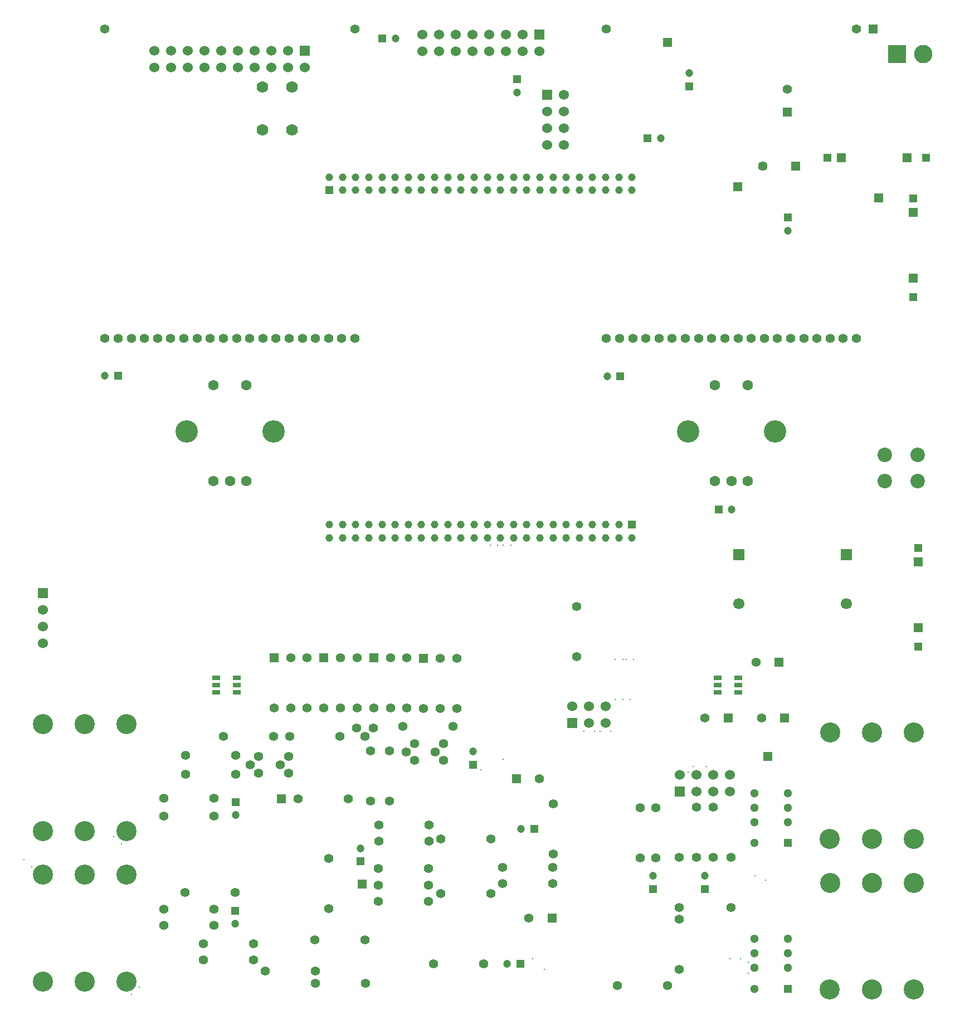
<source format=gbs>
G04 (created by PCBNEW (2013-07-07 BZR 4022)-stable) date 14/05/2014 09:54:23*
%MOIN*%
G04 Gerber Fmt 3.4, Leading zero omitted, Abs format*
%FSLAX34Y34*%
G01*
G70*
G90*
G04 APERTURE LIST*
%ADD10C,0.00590551*%
%ADD11C,0.0472441*%
%ADD12R,0.0472441X0.0472441*%
%ADD13C,0.012*%
%ADD14R,0.055X0.055*%
%ADD15C,0.055*%
%ADD16C,0.0551181*%
%ADD17R,0.056X0.056*%
%ADD18C,0.056*%
%ADD19R,0.06X0.06*%
%ADD20C,0.06*%
%ADD21R,0.0511811X0.0275591*%
%ADD22R,0.11X0.11*%
%ADD23C,0.11*%
%ADD24R,0.0551181X0.0551181*%
%ADD25C,0.0570866*%
%ADD26R,0.0570866X0.0570866*%
%ADD27R,0.0511811X0.0511811*%
%ADD28C,0.0629921*%
%ADD29C,0.133858*%
%ADD30C,0.12*%
%ADD31R,0.0452756X0.0452756*%
%ADD32C,0.0452756*%
%ADD33C,0.07*%
%ADD34C,0.0511811*%
%ADD35R,0.0531496X0.0531496*%
%ADD36C,0.0866142*%
%ADD37R,0.0669291X0.0669291*%
%ADD38C,0.0669291*%
G04 APERTURE END LIST*
G54D10*
G54D11*
X27030Y-43961D03*
G54D12*
X27030Y-44748D03*
G54D13*
X27490Y-45070D03*
G54D14*
X44660Y-44260D03*
G54D15*
X25090Y-52440D03*
X28090Y-52440D03*
X21380Y-52930D03*
X24380Y-52930D03*
X31810Y-51860D03*
X28810Y-51860D03*
X31830Y-47080D03*
X31830Y-50080D03*
X21400Y-49330D03*
X24400Y-49330D03*
X25090Y-49190D03*
X28090Y-49190D03*
X21380Y-51950D03*
X24380Y-51950D03*
X31810Y-50880D03*
X28810Y-50880D03*
X21380Y-50970D03*
X24380Y-50970D03*
X24400Y-48350D03*
X21400Y-48350D03*
G54D11*
X29916Y-48580D03*
G54D12*
X30703Y-48580D03*
G54D11*
X20300Y-49746D03*
G54D12*
X20300Y-50533D03*
G54D15*
X9800Y-52400D03*
X12800Y-52400D03*
G54D11*
X12800Y-54273D03*
G54D12*
X12800Y-53486D03*
G54D15*
X11530Y-54360D03*
X8530Y-54360D03*
X11540Y-53380D03*
X8540Y-53380D03*
X17580Y-55220D03*
X20580Y-55220D03*
X13920Y-56420D03*
X10920Y-56420D03*
X17600Y-57820D03*
X20600Y-57820D03*
X17600Y-57100D03*
X14600Y-57100D03*
X18420Y-53340D03*
X18420Y-50340D03*
X13920Y-55440D03*
X10920Y-55440D03*
G54D16*
X25275Y-44505D03*
X24775Y-44005D03*
X25275Y-43505D03*
X21085Y-42560D03*
X20585Y-43060D03*
X20085Y-42560D03*
X23550Y-44505D03*
X23050Y-44005D03*
X23550Y-43505D03*
X16010Y-45260D03*
X15510Y-44760D03*
X16010Y-44260D03*
X14210Y-45260D03*
X13710Y-44760D03*
X14210Y-44260D03*
G54D15*
X23075Y-38370D03*
X23075Y-41370D03*
X25830Y-42455D03*
X22830Y-42455D03*
X17107Y-38347D03*
X17107Y-41347D03*
X20910Y-43910D03*
X20910Y-46910D03*
X19585Y-46785D03*
X16585Y-46785D03*
X26060Y-38380D03*
X26060Y-41380D03*
X16127Y-38347D03*
X16127Y-41347D03*
X22100Y-38360D03*
X22100Y-41360D03*
X20100Y-38350D03*
X20100Y-41350D03*
X19120Y-38350D03*
X19120Y-41350D03*
X25080Y-38380D03*
X25080Y-41380D03*
X9835Y-45310D03*
X12835Y-45310D03*
X22035Y-46910D03*
X22035Y-43910D03*
X11535Y-47835D03*
X8535Y-47835D03*
X11540Y-46760D03*
X8540Y-46760D03*
X9835Y-44185D03*
X12835Y-44185D03*
X12110Y-43060D03*
X15110Y-43060D03*
X16085Y-43060D03*
X19085Y-43060D03*
G54D17*
X18100Y-38360D03*
G54D18*
X18100Y-41360D03*
G54D17*
X21100Y-38360D03*
G54D18*
X21100Y-41360D03*
G54D17*
X24080Y-38380D03*
G54D18*
X24080Y-41380D03*
G54D17*
X15127Y-38347D03*
G54D18*
X15127Y-41347D03*
G54D11*
X12835Y-47773D03*
G54D12*
X12835Y-46986D03*
G54D16*
X19189Y-19254D03*
X19977Y-19254D03*
X5016Y-751D03*
X16040Y-19254D03*
X16827Y-19254D03*
X17615Y-19254D03*
X12890Y-19254D03*
X13678Y-19254D03*
X14465Y-19254D03*
X10528Y-19254D03*
X11315Y-19254D03*
X12103Y-19254D03*
X7378Y-19254D03*
X8166Y-19254D03*
X8953Y-19254D03*
X5016Y-19254D03*
X5804Y-19254D03*
X19977Y-751D03*
X15252Y-19254D03*
X18402Y-19254D03*
X6591Y-19254D03*
X9741Y-19254D03*
G54D14*
X50977Y-748D03*
X51316Y-10840D03*
X38660Y-1555D03*
X42865Y-10175D03*
G54D19*
X31000Y-1075D03*
G54D20*
X31000Y-2075D03*
X30000Y-1075D03*
X30000Y-2075D03*
X29000Y-1075D03*
X29000Y-2075D03*
X28000Y-1075D03*
X28000Y-2075D03*
X27000Y-1075D03*
X27000Y-2075D03*
X26000Y-1075D03*
X26000Y-2075D03*
X25000Y-1075D03*
X25000Y-2075D03*
X24000Y-1075D03*
X24000Y-2075D03*
G54D19*
X31475Y-4700D03*
G54D20*
X32475Y-4700D03*
X31475Y-5700D03*
X32475Y-5700D03*
X31475Y-6700D03*
X32475Y-6700D03*
X31475Y-7700D03*
X32475Y-7700D03*
X15980Y-2045D03*
X14980Y-2045D03*
X15980Y-3045D03*
X14980Y-3045D03*
X12980Y-2045D03*
X11980Y-2045D03*
X12980Y-3045D03*
X11980Y-3045D03*
X9980Y-2045D03*
X8980Y-2045D03*
X9980Y-3045D03*
X8980Y-3045D03*
G54D19*
X16980Y-2045D03*
G54D20*
X13980Y-2045D03*
X16980Y-3045D03*
X13980Y-3045D03*
X10980Y-2045D03*
X7980Y-2045D03*
X10980Y-3045D03*
X7980Y-3045D03*
G54D21*
X12910Y-39566D03*
X12910Y-40000D03*
X12910Y-40433D03*
X11689Y-40433D03*
X11689Y-40000D03*
X11689Y-39566D03*
X42910Y-39566D03*
X42910Y-40000D03*
X42910Y-40433D03*
X41689Y-40433D03*
X41689Y-40000D03*
X41689Y-39566D03*
G54D22*
X52418Y-2247D03*
G54D23*
X53977Y-2247D03*
G54D16*
X43961Y-38630D03*
G54D24*
X45338Y-38630D03*
G54D16*
X45840Y-4356D03*
G54D24*
X45840Y-5733D03*
G54D11*
X38273Y-7290D03*
G54D12*
X37486Y-7290D03*
G54D11*
X22396Y-1321D03*
G54D12*
X21609Y-1321D03*
G54D11*
X29680Y-4543D03*
G54D12*
X29680Y-3756D03*
G54D11*
X35056Y-21538D03*
G54D12*
X35843Y-21538D03*
G54D11*
X42511Y-29488D03*
G54D12*
X41724Y-29488D03*
G54D11*
X5016Y-21499D03*
G54D12*
X5804Y-21499D03*
G54D11*
X45880Y-12824D03*
G54D12*
X45880Y-12037D03*
G54D11*
X39988Y-3406D03*
G54D12*
X39988Y-4193D03*
G54D25*
X44365Y-8955D03*
G54D26*
X46334Y-8955D03*
G54D27*
X53659Y-31779D03*
X53659Y-37685D03*
X48247Y-8440D03*
X54152Y-8440D03*
X53358Y-10896D03*
X53358Y-16801D03*
G54D28*
X11513Y-27776D03*
X11513Y-22067D03*
X13482Y-27776D03*
X13482Y-22067D03*
X12497Y-27776D03*
G54D29*
X9898Y-24825D03*
X15095Y-24825D03*
G54D28*
X41513Y-27776D03*
X41513Y-22067D03*
X43482Y-27776D03*
X43482Y-22067D03*
X42497Y-27776D03*
G54D29*
X39898Y-24825D03*
X45095Y-24825D03*
G54D30*
X3797Y-42333D03*
X1297Y-42333D03*
X6312Y-42333D03*
X3797Y-48723D03*
X1297Y-48723D03*
X6297Y-48723D03*
X3797Y-51333D03*
X1297Y-51333D03*
X6312Y-51333D03*
X3797Y-57723D03*
X1297Y-57723D03*
X6297Y-57723D03*
X50897Y-49198D03*
X53397Y-49198D03*
X48382Y-49198D03*
X50897Y-42808D03*
X53397Y-42808D03*
X48397Y-42808D03*
X50897Y-58198D03*
X53397Y-58198D03*
X48382Y-58198D03*
X50897Y-51808D03*
X53397Y-51808D03*
X48397Y-51808D03*
G54D16*
X49189Y-19254D03*
X49977Y-19254D03*
X35016Y-751D03*
X46040Y-19254D03*
X46827Y-19254D03*
X47615Y-19254D03*
X42890Y-19254D03*
X43678Y-19254D03*
X44465Y-19254D03*
X40528Y-19254D03*
X41315Y-19254D03*
X42103Y-19254D03*
X37378Y-19254D03*
X38166Y-19254D03*
X38953Y-19254D03*
X35016Y-19254D03*
X35804Y-19254D03*
X49977Y-751D03*
X45252Y-19254D03*
X48402Y-19254D03*
X36591Y-19254D03*
X39741Y-19254D03*
G54D31*
X18441Y-10397D03*
G54D32*
X18441Y-9609D03*
X19229Y-10397D03*
X19229Y-9609D03*
X20016Y-10397D03*
X20016Y-9609D03*
X20804Y-10397D03*
X20804Y-9609D03*
X21591Y-10397D03*
X21591Y-9609D03*
X22378Y-10397D03*
X22378Y-9609D03*
X23166Y-10397D03*
X23166Y-9609D03*
X23953Y-10397D03*
X23953Y-9609D03*
X24741Y-10397D03*
X24741Y-9609D03*
X25528Y-10397D03*
X25528Y-9609D03*
X26315Y-10397D03*
X26315Y-9609D03*
X27103Y-10397D03*
X27103Y-9609D03*
X27890Y-10397D03*
X27890Y-9609D03*
X28678Y-10397D03*
X28678Y-9609D03*
X29465Y-10397D03*
X29465Y-9609D03*
X30252Y-10397D03*
X30252Y-9609D03*
X31040Y-10397D03*
X31040Y-9609D03*
X31827Y-10397D03*
X31827Y-9609D03*
X32615Y-10397D03*
X32615Y-9609D03*
X33402Y-10397D03*
X33402Y-9609D03*
X34189Y-10397D03*
X34189Y-9609D03*
X34977Y-10397D03*
X34977Y-9609D03*
X35764Y-10397D03*
X35764Y-9609D03*
X36552Y-10397D03*
X36552Y-9609D03*
G54D31*
X36552Y-30397D03*
G54D32*
X36552Y-31184D03*
X35764Y-30397D03*
X35764Y-31184D03*
X34977Y-30397D03*
X34977Y-31184D03*
X34189Y-30397D03*
X34189Y-31184D03*
X33402Y-30397D03*
X33402Y-31184D03*
X32615Y-30397D03*
X32615Y-31184D03*
X31827Y-30397D03*
X31827Y-31184D03*
X31040Y-30397D03*
X31040Y-31184D03*
X30252Y-30397D03*
X30252Y-31184D03*
X29465Y-30397D03*
X29465Y-31184D03*
X28678Y-30397D03*
X28678Y-31184D03*
X27890Y-30397D03*
X27890Y-31184D03*
X27103Y-30397D03*
X27103Y-31184D03*
X26315Y-30397D03*
X26315Y-31184D03*
X25528Y-30397D03*
X25528Y-31184D03*
X24741Y-30397D03*
X24741Y-31184D03*
X23953Y-30397D03*
X23953Y-31184D03*
X23166Y-30397D03*
X23166Y-31184D03*
X22378Y-30397D03*
X22378Y-31184D03*
X21591Y-30397D03*
X21591Y-31184D03*
X20804Y-30397D03*
X20804Y-31184D03*
X20016Y-30397D03*
X20016Y-31184D03*
X19229Y-30397D03*
X19229Y-31184D03*
X18441Y-30397D03*
X18441Y-31184D03*
G54D19*
X1300Y-34500D03*
G54D20*
X1300Y-35500D03*
X1300Y-36500D03*
X1300Y-37500D03*
G54D33*
X14449Y-4225D03*
X16221Y-4225D03*
X14449Y-6785D03*
X16221Y-6785D03*
G54D15*
X27680Y-56660D03*
X24680Y-56660D03*
G54D11*
X29086Y-56660D03*
G54D12*
X29873Y-56660D03*
G54D15*
X39360Y-54000D03*
X39360Y-57000D03*
X37960Y-50320D03*
X37960Y-47320D03*
X39360Y-50300D03*
X39360Y-53300D03*
X40420Y-47300D03*
X40420Y-50300D03*
X38660Y-57960D03*
X35660Y-57960D03*
X37040Y-50320D03*
X37040Y-47320D03*
X42480Y-50300D03*
X42480Y-53300D03*
X41420Y-47300D03*
X41420Y-50300D03*
G54D11*
X37800Y-51406D03*
G54D12*
X37800Y-52193D03*
G54D11*
X40920Y-51406D03*
G54D12*
X40920Y-52193D03*
G54D19*
X39420Y-46360D03*
G54D20*
X39420Y-45360D03*
X40420Y-46360D03*
X40420Y-45360D03*
X41420Y-46360D03*
X41420Y-45360D03*
X42420Y-46360D03*
X42420Y-45360D03*
G54D19*
X32970Y-42240D03*
G54D20*
X32970Y-41240D03*
X33970Y-42240D03*
X33970Y-41240D03*
X34970Y-42240D03*
X34970Y-41240D03*
G54D13*
X28060Y-31630D03*
X28500Y-31630D03*
X28850Y-31630D03*
X29290Y-31630D03*
X35550Y-38450D03*
X35990Y-38450D03*
X36190Y-38450D03*
X36630Y-38450D03*
X36430Y-40850D03*
X35990Y-40850D03*
X35550Y-40850D03*
X35280Y-42740D03*
X34640Y-42740D03*
X34310Y-42740D03*
X33670Y-42740D03*
X40220Y-44870D03*
X39910Y-45180D03*
X41000Y-44870D03*
X30590Y-56340D03*
X31300Y-56980D03*
X28850Y-44430D03*
X7060Y-58050D03*
X6600Y-58490D03*
X43500Y-57210D03*
X43500Y-56570D03*
X5990Y-49490D03*
X5540Y-49040D03*
X160Y-50430D03*
X650Y-50840D03*
X42400Y-56370D03*
X43040Y-56370D03*
X44540Y-51670D03*
X43920Y-51390D03*
G54D14*
X15570Y-46790D03*
X20400Y-51890D03*
G54D15*
X33240Y-38295D03*
X33240Y-35295D03*
G54D34*
X45870Y-46443D03*
X45870Y-48176D03*
X43870Y-47310D03*
X43870Y-48176D03*
X43870Y-46443D03*
X45870Y-47310D03*
X43870Y-49436D03*
G54D27*
X45870Y-49436D03*
G54D34*
X45860Y-55158D03*
X45860Y-56891D03*
X43860Y-56025D03*
X43860Y-56891D03*
X43860Y-55158D03*
X45860Y-56025D03*
X43860Y-58151D03*
G54D27*
X45860Y-58151D03*
G54D35*
X53358Y-11724D03*
X53358Y-15661D03*
X49074Y-8440D03*
X53011Y-8440D03*
X53659Y-32619D03*
X53659Y-36556D03*
G54D36*
X51665Y-26222D03*
X53634Y-26222D03*
X53634Y-27797D03*
X51665Y-27797D03*
G54D16*
X44301Y-41940D03*
G54D24*
X45678Y-41940D03*
G54D16*
X40921Y-41940D03*
G54D24*
X42298Y-41940D03*
G54D16*
X31008Y-45600D03*
G54D24*
X29631Y-45600D03*
G54D16*
X30381Y-53930D03*
G54D24*
X31758Y-53930D03*
G54D37*
X42940Y-32183D03*
G54D38*
X42940Y-35136D03*
G54D37*
X49380Y-32183D03*
G54D38*
X49380Y-35136D03*
M02*

</source>
